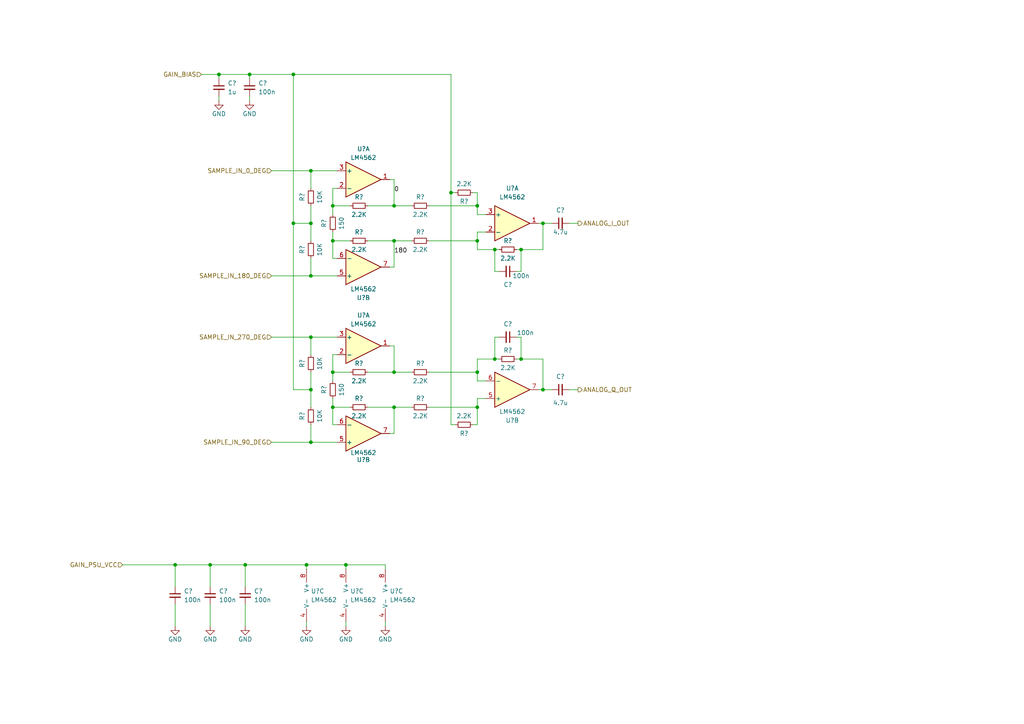
<source format=kicad_sch>
(kicad_sch (version 20211123) (generator eeschema)
  (paper "A4")
  (lib_symbols
    (symbol "Amplifier_Operational:LM4562" (pin_names (offset 0.127))
      (property "Reference" "U" (at 0 5.08 0))
      (property "Value" "LM4562" (at 0 -5.08 0))
      (symbol "LM4562_1_1"
        (polyline (pts (xy -5.08 5.08) (xy 5.08 0) (xy -5.08 -5.08) (xy -5.08 5.08)) (stroke (width 0.254)) (fill (type background)))
        (pin output line (at 7.62 0 180) (length 2.54) (name "~") (number "1"))
        (pin input line (at -7.62 -2.54 0) (length 2.54) (name "-") (number "2"))
        (pin input line (at -7.62 2.54 0) (length 2.54) (name "+") (number "3"))
      )
      (symbol "LM4562_2_1"
        (polyline (pts (xy -5.08 5.08) (xy 5.08 0) (xy -5.08 -5.08) (xy -5.08 5.08)) (stroke (width 0.254)) (fill (type background)))
        (pin input line (at -7.62 2.54 0) (length 2.54) (name "+") (number "5"))
        (pin input line (at -7.62 -2.54 0) (length 2.54) (name "-") (number "6"))
        (pin output line (at 7.62 0 180) (length 2.54) (name "~") (number "7"))
      )
      (symbol "LM4562_3_1"
        (pin power_in line (at -2.54 -7.62 90) (length 3.81) (name "V-") (number "4"))
        (pin power_in line (at -2.54 7.62 270) (length 3.81) (name "V+") (number "8"))
      )
    )
    (symbol "Device:C_Small" (pin_numbers hide) (pin_names (offset 0.254) hide)
      (property "Reference" "C" (at 0.254 1.778 0))
      (property "Value" "C_Small" (at 0.254 -2.032 0))
      (symbol "C_Small_0_1"
        (polyline (pts (xy -1.524 -0.508) (xy 1.524 -0.508)) (stroke (width 0.3302)))
        (polyline (pts (xy -1.524 0.508) (xy 1.524 0.508)) (stroke (width 0.3048)))
      )
      (symbol "C_Small_1_1"
        (pin passive line (at 0 2.54 270) (length 2.032) (name "~") (number "1"))
        (pin passive line (at 0 -2.54 90) (length 2.032) (name "~") (number "2"))
      )
    )
    (symbol "Device:R_Small" (pin_numbers hide) (pin_names (offset 0.254) hide)
      (property "Reference" "R" (at 0.762 0.508 0))
      (property "Value" "R_Small" (at 0.762 -1.016 0))
      (symbol "R_Small_0_1"
        (rectangle (start -0.762 1.778) (end 0.762 -1.778) (stroke (width 0.2032)))
      )
      (symbol "R_Small_1_1"
        (pin passive line (at 0 2.54 270) (length 0.762) (name "~") (number "1"))
        (pin passive line (at 0 -2.54 90) (length 0.762) (name "~") (number "2"))
      )
    )
    (symbol "power:GND" (power) (pin_names (offset 0))
      (property "Value" "GND" (at 0 -3.81 0))
      (symbol "GND_0_1"
        (polyline (pts (xy 0 0) (xy 0 -1.27) (xy 1.27 -1.27) (xy 0 -2.54) (xy -1.27 -1.27) (xy 0 -1.27)))
      )
      (symbol "GND_1_1"
        (pin power_in line (at 0 0 270) (length 0) hide (name "GND") (number "1"))
      )
    )
  )
  (junction (at 138.43 59.69))
  (junction (at 60.96 163.83))
  (junction (at 151.13 72.39))
  (junction (at 96.52 118.11))
  (junction (at 90.17 128.27))
  (junction (at 138.43 69.85))
  (junction (at 90.17 97.79))
  (junction (at 85.09 64.77))
  (junction (at 50.8 163.83))
  (junction (at 88.9 163.83))
  (junction (at 85.09 21.59))
  (junction (at 90.17 49.53))
  (junction (at 157.48 113.03))
  (junction (at 96.52 107.95))
  (junction (at 90.17 80.01))
  (junction (at 151.13 104.14))
  (junction (at 138.43 118.11))
  (junction (at 71.12 163.83))
  (junction (at 114.3 69.85))
  (junction (at 100.33 163.83))
  (junction (at 96.52 59.69))
  (junction (at 90.17 113.03))
  (junction (at 114.3 118.11))
  (junction (at 143.51 72.39))
  (junction (at 90.17 64.77))
  (junction (at 157.48 64.77))
  (junction (at 72.39 21.59))
  (junction (at 114.3 107.95))
  (junction (at 63.5 21.59))
  (junction (at 130.81 55.88))
  (junction (at 96.52 69.85))
  (junction (at 138.43 107.95))
  (junction (at 114.3 59.69))
  (junction (at 143.51 104.14))
  (wire (pts (xy 111.76 180.34) (xy 111.76 181.61)))
  (wire (pts (xy 72.39 22.86) (xy 72.39 21.59)))
  (wire (pts (xy 130.81 55.88) (xy 132.08 55.88)))
  (wire (pts (xy 114.3 118.11) (xy 114.3 125.73)))
  (wire (pts (xy 90.17 59.69) (xy 90.17 64.77)))
  (wire (pts (xy 143.51 104.14) (xy 138.43 104.14)))
  (wire (pts (xy 165.1 64.77) (xy 167.64 64.77)))
  (wire (pts (xy 149.86 78.74) (xy 151.13 78.74)))
  (wire (pts (xy 144.78 72.39) (xy 143.51 72.39)))
  (wire (pts (xy 96.52 107.95) (xy 101.6 107.95)))
  (wire (pts (xy 90.17 80.01) (xy 90.17 74.93)))
  (wire (pts (xy 85.09 64.77) (xy 85.09 113.03)))
  (wire (pts (xy 90.17 64.77) (xy 90.17 69.85)))
  (wire (pts (xy 63.5 21.59) (xy 63.5 22.86)))
  (wire (pts (xy 138.43 104.14) (xy 138.43 107.95)))
  (wire (pts (xy 90.17 64.77) (xy 85.09 64.77)))
  (wire (pts (xy 96.52 69.85) (xy 101.6 69.85)))
  (wire (pts (xy 85.09 21.59) (xy 72.39 21.59)))
  (wire (pts (xy 90.17 97.79) (xy 90.17 102.87)))
  (wire (pts (xy 151.13 104.14) (xy 149.86 104.14)))
  (wire (pts (xy 138.43 69.85) (xy 138.43 72.39)))
  (wire (pts (xy 157.48 113.03) (xy 157.48 104.14)))
  (wire (pts (xy 97.79 54.61) (xy 96.52 54.61)))
  (wire (pts (xy 138.43 62.23) (xy 140.97 62.23)))
  (wire (pts (xy 96.52 59.69) (xy 96.52 62.23)))
  (wire (pts (xy 143.51 97.79) (xy 143.51 104.14)))
  (wire (pts (xy 114.3 69.85) (xy 119.38 69.85)))
  (wire (pts (xy 130.81 21.59) (xy 85.09 21.59)))
  (wire (pts (xy 143.51 72.39) (xy 138.43 72.39)))
  (wire (pts (xy 96.52 118.11) (xy 101.6 118.11)))
  (wire (pts (xy 124.46 59.69) (xy 138.43 59.69)))
  (wire (pts (xy 96.52 123.19) (xy 97.79 123.19)))
  (wire (pts (xy 85.09 64.77) (xy 85.09 21.59)))
  (wire (pts (xy 114.3 77.47) (xy 113.03 77.47)))
  (wire (pts (xy 71.12 163.83) (xy 71.12 170.18)))
  (wire (pts (xy 35.56 163.83) (xy 50.8 163.83)))
  (wire (pts (xy 124.46 107.95) (xy 138.43 107.95)))
  (wire (pts (xy 96.52 69.85) (xy 96.52 74.93)))
  (wire (pts (xy 137.16 55.88) (xy 138.43 55.88)))
  (wire (pts (xy 97.79 80.01) (xy 90.17 80.01)))
  (wire (pts (xy 143.51 72.39) (xy 143.51 78.74)))
  (wire (pts (xy 106.68 107.95) (xy 114.3 107.95)))
  (wire (pts (xy 138.43 118.11) (xy 138.43 115.57)))
  (wire (pts (xy 156.21 113.03) (xy 157.48 113.03)))
  (wire (pts (xy 96.52 118.11) (xy 96.52 123.19)))
  (wire (pts (xy 114.3 107.95) (xy 114.3 100.33)))
  (wire (pts (xy 151.13 72.39) (xy 157.48 72.39)))
  (wire (pts (xy 96.52 115.57) (xy 96.52 118.11)))
  (wire (pts (xy 100.33 180.34) (xy 100.33 181.61)))
  (wire (pts (xy 111.76 165.1) (xy 111.76 163.83)))
  (wire (pts (xy 96.52 59.69) (xy 101.6 59.69)))
  (wire (pts (xy 97.79 102.87) (xy 96.52 102.87)))
  (wire (pts (xy 90.17 128.27) (xy 90.17 123.19)))
  (wire (pts (xy 114.3 100.33) (xy 113.03 100.33)))
  (wire (pts (xy 157.48 72.39) (xy 157.48 64.77)))
  (wire (pts (xy 157.48 64.77) (xy 160.02 64.77)))
  (wire (pts (xy 78.74 80.01) (xy 90.17 80.01)))
  (wire (pts (xy 97.79 74.93) (xy 96.52 74.93)))
  (wire (pts (xy 138.43 67.31) (xy 138.43 69.85)))
  (wire (pts (xy 72.39 27.94) (xy 72.39 29.21)))
  (wire (pts (xy 96.52 54.61) (xy 96.52 59.69)))
  (wire (pts (xy 58.42 21.59) (xy 63.5 21.59)))
  (wire (pts (xy 144.78 78.74) (xy 143.51 78.74)))
  (wire (pts (xy 114.3 59.69) (xy 114.3 52.07)))
  (wire (pts (xy 132.08 123.19) (xy 130.81 123.19)))
  (wire (pts (xy 50.8 163.83) (xy 50.8 170.18)))
  (wire (pts (xy 165.1 113.03) (xy 167.64 113.03)))
  (wire (pts (xy 88.9 163.83) (xy 100.33 163.83)))
  (wire (pts (xy 144.78 97.79) (xy 143.51 97.79)))
  (wire (pts (xy 114.3 59.69) (xy 119.38 59.69)))
  (wire (pts (xy 90.17 49.53) (xy 90.17 54.61)))
  (wire (pts (xy 63.5 21.59) (xy 72.39 21.59)))
  (wire (pts (xy 90.17 107.95) (xy 90.17 113.03)))
  (wire (pts (xy 138.43 115.57) (xy 140.97 115.57)))
  (wire (pts (xy 157.48 104.14) (xy 151.13 104.14)))
  (wire (pts (xy 130.81 21.59) (xy 130.81 55.88)))
  (wire (pts (xy 78.74 49.53) (xy 90.17 49.53)))
  (wire (pts (xy 144.78 104.14) (xy 143.51 104.14)))
  (wire (pts (xy 124.46 118.11) (xy 138.43 118.11)))
  (wire (pts (xy 124.46 69.85) (xy 138.43 69.85)))
  (wire (pts (xy 113.03 125.73) (xy 114.3 125.73)))
  (wire (pts (xy 114.3 52.07) (xy 113.03 52.07)))
  (wire (pts (xy 157.48 113.03) (xy 160.02 113.03)))
  (wire (pts (xy 71.12 175.26) (xy 71.12 181.61)))
  (wire (pts (xy 114.3 118.11) (xy 119.38 118.11)))
  (wire (pts (xy 114.3 107.95) (xy 119.38 107.95)))
  (wire (pts (xy 151.13 72.39) (xy 151.13 78.74)))
  (wire (pts (xy 50.8 175.26) (xy 50.8 181.61)))
  (wire (pts (xy 60.96 163.83) (xy 71.12 163.83)))
  (wire (pts (xy 149.86 97.79) (xy 151.13 97.79)))
  (wire (pts (xy 100.33 163.83) (xy 111.76 163.83)))
  (wire (pts (xy 138.43 110.49) (xy 140.97 110.49)))
  (wire (pts (xy 138.43 118.11) (xy 138.43 123.19)))
  (wire (pts (xy 149.86 72.39) (xy 151.13 72.39)))
  (wire (pts (xy 60.96 175.26) (xy 60.96 181.61)))
  (wire (pts (xy 78.74 97.79) (xy 90.17 97.79)))
  (wire (pts (xy 85.09 113.03) (xy 90.17 113.03)))
  (wire (pts (xy 88.9 163.83) (xy 88.9 165.1)))
  (wire (pts (xy 106.68 59.69) (xy 114.3 59.69)))
  (wire (pts (xy 96.52 102.87) (xy 96.52 107.95)))
  (wire (pts (xy 151.13 97.79) (xy 151.13 104.14)))
  (wire (pts (xy 130.81 55.88) (xy 130.81 123.19)))
  (wire (pts (xy 60.96 163.83) (xy 60.96 170.18)))
  (wire (pts (xy 138.43 67.31) (xy 140.97 67.31)))
  (wire (pts (xy 138.43 59.69) (xy 138.43 62.23)))
  (wire (pts (xy 97.79 97.79) (xy 90.17 97.79)))
  (wire (pts (xy 71.12 163.83) (xy 88.9 163.83)))
  (wire (pts (xy 97.79 49.53) (xy 90.17 49.53)))
  (wire (pts (xy 78.74 128.27) (xy 90.17 128.27)))
  (wire (pts (xy 100.33 163.83) (xy 100.33 165.1)))
  (wire (pts (xy 106.68 118.11) (xy 114.3 118.11)))
  (wire (pts (xy 96.52 107.95) (xy 96.52 110.49)))
  (wire (pts (xy 88.9 180.34) (xy 88.9 181.61)))
  (wire (pts (xy 157.48 64.77) (xy 156.21 64.77)))
  (wire (pts (xy 138.43 55.88) (xy 138.43 59.69)))
  (wire (pts (xy 90.17 113.03) (xy 90.17 118.11)))
  (wire (pts (xy 114.3 69.85) (xy 114.3 77.47)))
  (wire (pts (xy 63.5 27.94) (xy 63.5 29.21)))
  (wire (pts (xy 138.43 107.95) (xy 138.43 110.49)))
  (wire (pts (xy 50.8 163.83) (xy 60.96 163.83)))
  (wire (pts (xy 97.79 128.27) (xy 90.17 128.27)))
  (wire (pts (xy 137.16 123.19) (xy 138.43 123.19)))
  (wire (pts (xy 106.68 69.85) (xy 114.3 69.85)))
  (wire (pts (xy 96.52 67.31) (xy 96.52 69.85)))
  (label "180" (at 114.3 73.66 0))
  (label "0" (at 114.3 55.88 0))
  (hierarchical_label "SAMPLE_IN_0_DEG" (shape input) (at 78.74 49.53 180))
  (hierarchical_label "GAIN_BIAS" (shape input) (at 58.42 21.59 180))
  (hierarchical_label "SAMPLE_IN_90_DEG" (shape input) (at 78.74 128.27 180))
  (hierarchical_label "SAMPLE_IN_270_DEG" (shape input) (at 78.74 97.79 180))
  (hierarchical_label "GAIN_PSU_VCC" (shape input) (at 35.56 163.83 180))
  (hierarchical_label "ANALOG_I_OUT" (shape output) (at 167.64 64.77 0))
  (hierarchical_label "ANALOG_Q_OUT" (shape output) (at 167.64 113.03 0))
  (hierarchical_label "SAMPLE_IN_180_DEG" (shape input) (at 78.74 80.01 180))
  (symbol (lib_id "Device:R_Small") (at 90.17 120.65 180) (unit 1)
    (property "Reference" "R?" (at 87.63 120.65 90))
    (property "Value" "10K" (at 92.71 120.65 90))
    (property "Footprint" "Resistor_SMD:R_0805_2012Metric_Pad1.20x1.40mm_HandSolder" (effects hide))
  )
  (symbol (lib_id "Device:R_Small") (at 147.32 72.39 90) (unit 1)
    (property "Reference" "R?" (at 147.32 69.85 90))
    (property "Value" "2.2K" (at 147.32 74.93 90))
    (property "Footprint" "Resistor_SMD:R_0805_2012Metric_Pad1.20x1.40mm_HandSolder" (effects hide))
  )
  (symbol (lib_id "Device:R_Small") (at 90.17 57.15 180) (unit 1)
    (property "Reference" "R?" (at 87.63 57.15 90))
    (property "Value" "10K" (at 92.71 57.15 90))
    (property "Footprint" "Resistor_SMD:R_0805_2012Metric_Pad1.20x1.40mm_HandSolder" (effects hide))
  )
  (symbol (lib_id "Device:C_Small") (at 147.32 97.79 270) (unit 1)
    (property "Reference" "C?" (at 147.32 93.98 90))
    (property "Value" "100n" (at 152.4 96.52 90))
  )
  (symbol (lib_id "Device:R_Small") (at 96.52 113.03 180) (unit 1)
    (property "Reference" "R?" (at 93.98 113.03 90))
    (property "Value" "150" (at 99.06 113.03 90))
    (property "Footprint" "Resistor_SMD:R_0805_2012Metric_Pad1.20x1.40mm_HandSolder" (effects hide))
  )
  (symbol (lib_id "Device:R_Small") (at 104.14 118.11 90) (unit 1)
    (property "Reference" "R?" (at 104.14 115.57 90))
    (property "Value" "2.2K" (at 104.14 120.65 90))
    (property "Footprint" "Resistor_SMD:R_0805_2012Metric_Pad1.20x1.40mm_HandSolder" (effects hide))
  )
  (symbol (lib_id "Device:R_Small") (at 121.92 69.85 90) (unit 1)
    (property "Reference" "R?" (at 121.92 67.31 90))
    (property "Value" "2.2K" (at 121.92 72.39 90))
    (property "Footprint" "Resistor_SMD:R_0805_2012Metric_Pad1.20x1.40mm_HandSolder" (effects hide))
  )
  (symbol (lib_id "power:GND") (at 88.9 181.61 0) (unit 1)
    (property "Reference" "#PWR?" (effects hide))
    (property "Value" "GND" (at 88.9 185.42 0))
  )
  (symbol (lib_id "Device:R_Small") (at 104.14 59.69 90) (unit 1)
    (property "Reference" "R?" (at 104.14 57.15 90))
    (property "Value" "2.2K" (at 104.14 62.23 90))
    (property "Footprint" "Resistor_SMD:R_0805_2012Metric_Pad1.20x1.40mm_HandSolder" (effects hide))
  )
  (symbol (lib_id "power:GND") (at 50.8 181.61 0) (unit 1)
    (property "Reference" "#PWR?" (effects hide))
    (property "Value" "GND" (at 50.8 185.42 0))
  )
  (symbol (lib_id "Device:C_Small") (at 162.56 113.03 90) (unit 1)
    (property "Reference" "C?" (at 162.56 109.22 90))
    (property "Value" "4.7u" (at 162.56 116.84 90))
  )
  (symbol (lib_id "Device:R_Small") (at 121.92 107.95 90) (unit 1)
    (property "Reference" "R?" (at 121.92 105.41 90))
    (property "Value" "2.2K" (at 121.92 110.49 90))
    (property "Footprint" "Resistor_SMD:R_0805_2012Metric_Pad1.20x1.40mm_HandSolder" (effects hide))
  )
  (symbol (lib_id "Amplifier_Operational:LM4562") (at 148.59 64.77 0) (unit 1)
    (property "Reference" "U?" (at 148.59 54.61 0))
    (property "Value" "LM4562" (at 148.59 57.15 0))
    (property "Datasheet" "http://www.ti.com/lit/ds/symlink/lm4562.pdf" (effects hide))
  )
  (symbol (lib_id "Device:C_Small") (at 50.8 172.72 0) (unit 1)
    (property "Reference" "C?" (at 53.34 171.4562 0) (effects (justify left)))
    (property "Value" "100n" (at 53.34 173.9962 0) (effects (justify left)))
  )
  (symbol (lib_id "Amplifier_Operational:LM4562") (at 105.41 52.07 0) (unit 1)
    (property "Reference" "U?" (at 105.41 43.18 0))
    (property "Value" "LM4562" (at 105.41 45.72 0))
    (property "Datasheet" "http://www.ti.com/lit/ds/symlink/lm4562.pdf" (effects hide))
  )
  (symbol (lib_id "Amplifier_Operational:LM4562") (at 148.59 113.03 0) (mirror x) (unit 2)
    (property "Reference" "U?" (at 148.59 121.92 0))
    (property "Value" "LM4562" (at 148.59 119.38 0))
    (property "Datasheet" "http://www.ti.com/lit/ds/symlink/lm4562.pdf" (effects hide))
  )
  (symbol (lib_id "Device:C_Small") (at 147.32 78.74 270) (unit 1)
    (property "Reference" "C?" (at 147.32 82.55 90))
    (property "Value" "100n" (at 151.13 80.01 90))
  )
  (symbol (lib_id "power:GND") (at 100.33 181.61 0) (unit 1)
    (property "Reference" "#PWR?" (effects hide))
    (property "Value" "GND" (at 100.33 185.42 0))
  )
  (symbol (lib_id "Device:R_Small") (at 104.14 107.95 90) (unit 1)
    (property "Reference" "R?" (at 104.14 105.41 90))
    (property "Value" "2.2K" (at 104.14 110.49 90))
    (property "Footprint" "Resistor_SMD:R_0805_2012Metric_Pad1.20x1.40mm_HandSolder" (effects hide))
  )
  (symbol (lib_id "power:GND") (at 63.5 29.21 0) (unit 1)
    (property "Reference" "#PWR?" (effects hide))
    (property "Value" "GND" (at 63.5 33.02 0))
  )
  (symbol (lib_id "Amplifier_Operational:LM4562") (at 114.3 172.72 0) (unit 3)
    (property "Reference" "U?" (at 113.03 171.4499 0) (effects (justify left)))
    (property "Value" "LM4562" (at 113.03 173.9899 0) (effects (justify left)))
    (property "Datasheet" "http://www.ti.com/lit/ds/symlink/lm4562.pdf" (effects hide))
  )
  (symbol (lib_id "Amplifier_Operational:LM4562") (at 105.41 100.33 0) (unit 1)
    (property "Reference" "U?" (at 105.41 91.44 0))
    (property "Value" "LM4562" (at 105.41 93.98 0))
    (property "Datasheet" "http://www.ti.com/lit/ds/symlink/lm4562.pdf" (effects hide))
  )
  (symbol (lib_id "Device:R_Small") (at 134.62 55.88 270) (unit 1)
    (property "Reference" "R?" (at 134.62 58.42 90))
    (property "Value" "2.2K" (at 134.62 53.34 90))
    (property "Footprint" "Resistor_SMD:R_0805_2012Metric_Pad1.20x1.40mm_HandSolder" (effects hide))
  )
  (symbol (lib_id "Amplifier_Operational:LM4562") (at 91.44 172.72 0) (unit 3)
    (property "Reference" "U?" (at 90.17 171.4499 0) (effects (justify left)))
    (property "Value" "LM4562" (at 90.17 173.9899 0) (effects (justify left)))
    (property "Datasheet" "http://www.ti.com/lit/ds/symlink/lm4562.pdf" (effects hide))
  )
  (symbol (lib_id "Device:R_Small") (at 121.92 59.69 90) (unit 1)
    (property "Reference" "R?" (at 121.92 57.15 90))
    (property "Value" "2.2K" (at 121.92 62.23 90))
    (property "Footprint" "Resistor_SMD:R_0805_2012Metric_Pad1.20x1.40mm_HandSolder" (effects hide))
  )
  (symbol (lib_id "Device:R_Small") (at 134.62 123.19 270) (unit 1)
    (property "Reference" "R?" (at 134.62 125.73 90))
    (property "Value" "2.2K" (at 134.62 120.65 90))
    (property "Footprint" "Resistor_SMD:R_0805_2012Metric_Pad1.20x1.40mm_HandSolder" (effects hide))
  )
  (symbol (lib_id "power:GND") (at 60.96 181.61 0) (unit 1)
    (property "Reference" "#PWR?" (effects hide))
    (property "Value" "GND" (at 60.96 185.42 0))
  )
  (symbol (lib_id "Device:C_Small") (at 162.56 64.77 90) (unit 1)
    (property "Reference" "C?" (at 162.56 60.96 90))
    (property "Value" "4.7u" (at 162.56 67.31 90))
  )
  (symbol (lib_id "Amplifier_Operational:LM4562") (at 105.41 77.47 0) (mirror x) (unit 2)
    (property "Reference" "U?" (at 105.41 86.36 0))
    (property "Value" "LM4562" (at 105.41 83.82 0))
    (property "Datasheet" "http://www.ti.com/lit/ds/symlink/lm4562.pdf" (effects hide))
  )
  (symbol (lib_id "Device:R_Small") (at 90.17 105.41 180) (unit 1)
    (property "Reference" "R?" (at 87.63 105.41 90))
    (property "Value" "10K" (at 92.71 105.41 90))
    (property "Footprint" "Resistor_SMD:R_0805_2012Metric_Pad1.20x1.40mm_HandSolder" (effects hide))
  )
  (symbol (lib_id "Device:R_Small") (at 121.92 118.11 90) (unit 1)
    (property "Reference" "R?" (at 121.92 115.57 90))
    (property "Value" "2.2K" (at 121.92 120.65 90))
    (property "Footprint" "Resistor_SMD:R_0805_2012Metric_Pad1.20x1.40mm_HandSolder" (effects hide))
  )
  (symbol (lib_id "Device:C_Small") (at 63.5 25.4 0) (unit 1)
    (property "Reference" "C?" (at 66.04 24.1362 0) (effects (justify left)))
    (property "Value" "1u" (at 66.04 26.6762 0) (effects (justify left)))
  )
  (symbol (lib_id "Device:R_Small") (at 90.17 72.39 180) (unit 1)
    (property "Reference" "R?" (at 87.63 72.39 90))
    (property "Value" "10K" (at 92.71 72.39 90))
    (property "Footprint" "Resistor_SMD:R_0805_2012Metric_Pad1.20x1.40mm_HandSolder" (effects hide))
  )
  (symbol (lib_id "Device:R_Small") (at 147.32 104.14 90) (unit 1)
    (property "Reference" "R?" (at 147.32 101.6 90))
    (property "Value" "2.2K" (at 147.32 106.68 90))
    (property "Footprint" "Resistor_SMD:R_0805_2012Metric_Pad1.20x1.40mm_HandSolder" (effects hide))
  )
  (symbol (lib_id "power:GND") (at 111.76 181.61 0) (unit 1)
    (property "Reference" "#PWR?" (effects hide))
    (property "Value" "GND" (at 111.76 185.42 0))
  )
  (symbol (lib_id "Device:C_Small") (at 71.12 172.72 0) (unit 1)
    (property "Reference" "C?" (at 73.66 171.4562 0) (effects (justify left)))
    (property "Value" "100n" (at 73.66 173.9962 0) (effects (justify left)))
  )
  (symbol (lib_id "Device:C_Small") (at 72.39 25.4 0) (unit 1)
    (property "Reference" "C?" (at 74.93 24.1362 0) (effects (justify left)))
    (property "Value" "100n" (at 74.93 26.6762 0) (effects (justify left)))
  )
  (symbol (lib_id "Device:C_Small") (at 60.96 172.72 0) (unit 1)
    (property "Reference" "C?" (at 63.5 171.4562 0) (effects (justify left)))
    (property "Value" "100n" (at 63.5 173.9962 0) (effects (justify left)))
  )
  (symbol (lib_id "Amplifier_Operational:LM4562") (at 102.87 172.72 0) (unit 3)
    (property "Reference" "U?" (at 101.6 171.4499 0) (effects (justify left)))
    (property "Value" "LM4562" (at 101.6 173.9899 0) (effects (justify left)))
    (property "Datasheet" "http://www.ti.com/lit/ds/symlink/lm4562.pdf" (effects hide))
  )
  (symbol (lib_id "power:GND") (at 71.12 181.61 0) (unit 1)
    (property "Reference" "#PWR?" (effects hide))
    (property "Value" "GND" (at 71.12 185.42 0))
  )
  (symbol (lib_id "Amplifier_Operational:LM4562") (at 105.41 125.73 0) (mirror x) (unit 2)
    (property "Reference" "U?" (at 105.41 133.35 0))
    (property "Value" "LM4562" (at 105.41 131.318 0))
    (property "Datasheet" "http://www.ti.com/lit/ds/symlink/lm4562.pdf" (effects hide))
  )
  (symbol (lib_id "Device:R_Small") (at 96.52 64.77 180) (unit 1)
    (property "Reference" "R?" (at 93.98 64.77 90))
    (property "Value" "150" (at 99.06 64.77 90))
    (property "Footprint" "Resistor_SMD:R_0805_2012Metric_Pad1.20x1.40mm_HandSolder" (effects hide))
  )
  (symbol (lib_id "power:GND") (at 72.39 29.21 0) (unit 1)
    (property "Reference" "#PWR?" (effects hide))
    (property "Value" "GND" (at 72.39 33.02 0))
  )
  (symbol (lib_id "Device:R_Small") (at 104.14 69.85 90) (unit 1)
    (property "Reference" "R?" (at 104.14 67.31 90))
    (property "Value" "2.2K" (at 104.14 72.39 90))
    (property "Footprint" "Resistor_SMD:R_0805_2012Metric_Pad1.20x1.40mm_HandSolder" (effects hide))
  )
)
</source>
